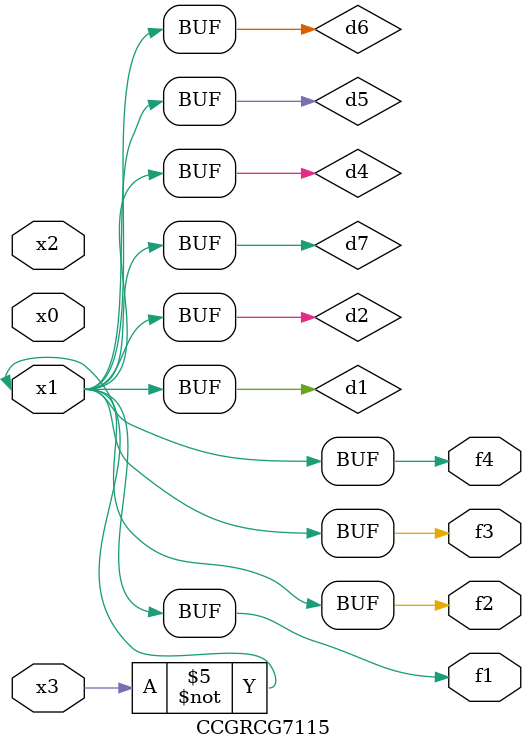
<source format=v>
module CCGRCG7115(
	input x0, x1, x2, x3,
	output f1, f2, f3, f4
);

	wire d1, d2, d3, d4, d5, d6, d7;

	not (d1, x3);
	buf (d2, x1);
	xnor (d3, d1, d2);
	nor (d4, d1);
	buf (d5, d1, d2);
	buf (d6, d4, d5);
	nand (d7, d4);
	assign f1 = d6;
	assign f2 = d7;
	assign f3 = d6;
	assign f4 = d6;
endmodule

</source>
